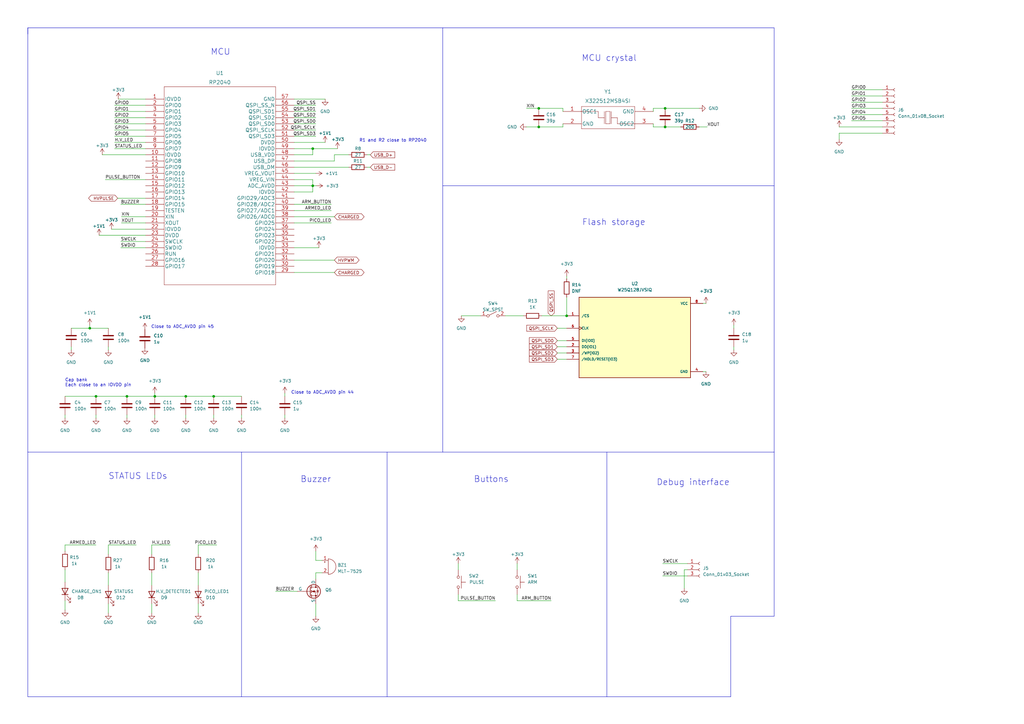
<source format=kicad_sch>
(kicad_sch (version 20230121) (generator eeschema)
  (paper "A3")
  (lib_symbols
    (symbol "Connector:Conn_01x03_Socket" (pin_names (offset 1.016) hide)
      (property "Reference" "J" (at 0 5.08 0))
      (property "Value" "Conn_01x03_Socket" (at 0 -5.08 0))
      (symbol "Conn_01x03_Socket_1_1"
        (pin passive line (at -5.08 2.54 0) (length 3.81) (name "Pin_1") (number "1"))
        (pin passive line (at -5.08 0 0) (length 3.81) (name "Pin_2") (number "2"))
        (pin passive line (at -5.08 -2.54 0) (length 3.81) (name "Pin_3") (number "3"))
      )
    )
    (symbol "Connector:Conn_01x08_Socket" (pin_names (offset 1.016) hide)
      (property "Reference" "J" (at 0 10.16 0))
      (property "Value" "Conn_01x08_Socket" (at 0 -12.7 0))
      (symbol "Conn_01x08_Socket_1_1"
        (pin passive line (at -5.08 7.62 0) (length 3.81) (name "Pin_1") (number "1"))
        (pin passive line (at -5.08 5.08 0) (length 3.81) (name "Pin_2") (number "2"))
        (pin passive line (at -5.08 2.54 0) (length 3.81) (name "Pin_3") (number "3"))
        (pin passive line (at -5.08 0 0) (length 3.81) (name "Pin_4") (number "4"))
        (pin passive line (at -5.08 -2.54 0) (length 3.81) (name "Pin_5") (number "5"))
        (pin passive line (at -5.08 -5.08 0) (length 3.81) (name "Pin_6") (number "6"))
        (pin passive line (at -5.08 -7.62 0) (length 3.81) (name "Pin_7") (number "7"))
        (pin passive line (at -5.08 -10.16 0) (length 3.81) (name "Pin_8") (number "8"))
      )
    )
    (symbol "Device:Buzzer" (pin_names (offset 0.0254) hide)
      (property "Reference" "BZ1" (at 3.81 0.635 0))
      (property "Value" "Buzzer" (at 3.81 -1.905 0))
      (symbol "Buzzer_1_1"
        (pin passive line (at -2.54 2.54 0) (length 2.54) (name "+") (number "1"))
        (pin passive line (at -2.54 -2.54 0) (length 2.54) (name "-") (number "2"))
      )
    )
    (symbol "Device:C" (pin_numbers hide) (pin_names (offset 0.254))
      (property "Reference" "C" (at 0.635 2.54 0))
      (property "Value" "C" (at 0.635 -2.54 0))
      (symbol "C_1_1"
        (pin passive line (at 0 3.81 270) (length 2.794) (name "~") (number "1"))
        (pin passive line (at 0 -3.81 90) (length 2.794) (name "~") (number "2"))
      )
    )
    (symbol "Device:LED" (pin_numbers hide) (pin_names (offset 1.016) hide)
      (property "Reference" "D" (at 0 2.54 0))
      (property "Value" "LED" (at 0 -2.54 0))
      (symbol "LED_1_1"
        (pin passive line (at -3.81 0 0) (length 2.54) (name "K") (number "1"))
        (pin passive line (at 3.81 0 180) (length 2.54) (name "A") (number "2"))
      )
    )
    (symbol "Device:R" (pin_numbers hide) (pin_names (offset 0))
      (property "Reference" "R" (at 2.032 0 90))
      (property "Value" "R" (at 0 0 90))
      (symbol "R_1_1"
        (pin passive line (at 0 3.81 270) (length 1.27) (name "~") (number "1"))
        (pin passive line (at 0 -3.81 90) (length 1.27) (name "~") (number "2"))
      )
    )
    (symbol "Flash Rp2040:W25Q128JVSIQ" (pin_names (offset 1.016))
      (property "Reference" "U" (at -22.86 16.002 0))
      (property "Value" "W25Q128JVSIQ" (at -22.86 -20.32 0))
      (symbol "W25Q128JVSIQ_0_0"
        (pin input line (at -27.94 7.62 0) (length 5.08) (name "/CS") (number "1"))
        (pin bidirectional line (at -27.94 -5.08 0) (length 5.08) (name "DO(IO1)") (number "2"))
        (pin bidirectional line (at -27.94 -7.62 0) (length 5.08) (name "/WP(IO2)") (number "3"))
        (pin power_in line (at 27.94 -15.24 180) (length 5.08) (name "GND") (number "4"))
        (pin bidirectional line (at -27.94 -2.54 0) (length 5.08) (name "DI(IO0)") (number "5"))
        (pin input clock (at -27.94 2.54 0) (length 5.08) (name "CLK") (number "6"))
        (pin bidirectional line (at -27.94 -10.16 0) (length 5.08) (name "/HOLD/RESET(IO3)") (number "7"))
        (pin power_in line (at 27.94 12.7 180) (length 5.08) (name "VCC") (number "8"))
      )
    )
    (symbol "GND_1" (power) (pin_names (offset 0))
      (property "Value" "GND_1" (at 0 -3.81 0))
      (symbol "GND_1_1_1"
        (pin power_in line (at 0 0 270) (length 0) hide (name "GND") (number "1"))
      )
    )
    (symbol "GND_2" (power) (pin_names (offset 0))
      (property "Value" "GND_2" (at 0 -3.81 0))
      (symbol "GND_2_1_1"
        (pin power_in line (at 0 0 270) (length 0) hide (name "GND") (number "1"))
      )
    )
    (symbol "GND_3" (power) (pin_names (offset 0))
      (property "Value" "GND_3" (at 0 -3.81 0))
      (symbol "GND_3_1_1"
        (pin power_in line (at 0 0 270) (length 0) hide (name "GND") (number "1"))
      )
    )
    (symbol "GND_4" (power) (pin_names (offset 0))
      (property "Value" "GND_4" (at 0 -3.81 0))
      (symbol "GND_4_1_1"
        (pin power_in line (at 0 0 270) (length 0) hide (name "GND") (number "1"))
      )
    )
    (symbol "RP2040 lib:RP2040" (pin_names (offset 0.254))
      (property "Reference" "U" (at 30.48 10.16 0))
      (property "Value" "RP2040" (at 30.48 7.62 0))
      (symbol "RP2040_1_1"
        (pin power_in line (at 0 0 0) (length 7.62) (name "IOVDD") (number "1"))
        (pin power_in line (at 0 -22.86 0) (length 7.62) (name "IOVDD") (number "10"))
        (pin bidirectional line (at 0 -25.4 0) (length 7.62) (name "GPIO8") (number "11"))
        (pin bidirectional line (at 0 -27.94 0) (length 7.62) (name "GPIO9") (number "12"))
        (pin bidirectional line (at 0 -30.48 0) (length 7.62) (name "GPIO10") (number "13"))
        (pin bidirectional line (at 0 -33.02 0) (length 7.62) (name "GPIO11") (number "14"))
        (pin bidirectional line (at 0 -35.56 0) (length 7.62) (name "GPIO12") (number "15"))
        (pin bidirectional line (at 0 -38.1 0) (length 7.62) (name "GPIO13") (number "16"))
        (pin bidirectional line (at 0 -40.64 0) (length 7.62) (name "GPIO14") (number "17"))
        (pin bidirectional line (at 0 -43.18 0) (length 7.62) (name "GPIO15") (number "18"))
        (pin unspecified line (at 0 -45.72 0) (length 7.62) (name "TESTEN") (number "19"))
        (pin bidirectional line (at 0 -2.54 0) (length 7.62) (name "GPIO0") (number "2"))
        (pin unspecified line (at 0 -48.26 0) (length 7.62) (name "XIN") (number "20"))
        (pin output line (at 0 -50.8 0) (length 7.62) (name "XOUT") (number "21"))
        (pin power_in line (at 0 -53.34 0) (length 7.62) (name "IOVDD") (number "22"))
        (pin power_in line (at 0 -55.88 0) (length 7.62) (name "DVDD") (number "23"))
        (pin unspecified line (at 0 -58.42 0) (length 7.62) (name "SWCLK") (number "24"))
        (pin unspecified line (at 0 -60.96 0) (length 7.62) (name "SWDIO") (number "25"))
        (pin unspecified line (at 0 -63.5 0) (length 7.62) (name "RUN") (number "26"))
        (pin bidirectional line (at 0 -66.04 0) (length 7.62) (name "GPIO16") (number "27"))
        (pin bidirectional line (at 0 -68.58 0) (length 7.62) (name "GPIO17") (number "28"))
        (pin bidirectional line (at 60.96 -71.12 180) (length 7.62) (name "GPIO18") (number "29"))
        (pin bidirectional line (at 0 -5.08 0) (length 7.62) (name "GPIO1") (number "3"))
        (pin bidirectional line (at 60.96 -68.58 180) (length 7.62) (name "GPIO19") (number "30"))
        (pin bidirectional line (at 60.96 -66.04 180) (length 7.62) (name "GPIO20") (number "31"))
        (pin bidirectional line (at 60.96 -63.5 180) (length 7.62) (name "GPIO21") (number "32"))
        (pin power_in line (at 60.96 -60.96 180) (length 7.62) (name "IOVDD") (number "33"))
        (pin bidirectional line (at 60.96 -58.42 180) (length 7.62) (name "GPIO22") (number "34"))
        (pin bidirectional line (at 60.96 -55.88 180) (length 7.62) (name "GPIO23") (number "35"))
        (pin bidirectional line (at 60.96 -53.34 180) (length 7.62) (name "GPIO24") (number "36"))
        (pin bidirectional line (at 60.96 -50.8 180) (length 7.62) (name "GPIO25") (number "37"))
        (pin bidirectional line (at 60.96 -48.26 180) (length 7.62) (name "GPIO26/ADC0") (number "38"))
        (pin bidirectional line (at 60.96 -45.72 180) (length 7.62) (name "GPIO27/ADC1") (number "39"))
        (pin bidirectional line (at 0 -7.62 0) (length 7.62) (name "GPIO2") (number "4"))
        (pin bidirectional line (at 60.96 -43.18 180) (length 7.62) (name "GPIO28/ADC2") (number "40"))
        (pin bidirectional line (at 60.96 -40.64 180) (length 7.62) (name "GPIO29/ADC3") (number "41"))
        (pin power_in line (at 60.96 -38.1 180) (length 7.62) (name "IOVDD") (number "42"))
        (pin power_in line (at 60.96 -35.56 180) (length 7.62) (name "ADC_AVDD") (number "43"))
        (pin unspecified line (at 60.96 -33.02 180) (length 7.62) (name "VREG_VIN") (number "44"))
        (pin output line (at 60.96 -30.48 180) (length 7.62) (name "VREG_VOUT") (number "45"))
        (pin unspecified line (at 60.96 -27.94 180) (length 7.62) (name "USB_DM") (number "46"))
        (pin unspecified line (at 60.96 -25.4 180) (length 7.62) (name "USB_DP") (number "47"))
        (pin power_in line (at 60.96 -22.86 180) (length 7.62) (name "USB_VDD") (number "48"))
        (pin power_in line (at 60.96 -20.32 180) (length 7.62) (name "IOVDD") (number "49"))
        (pin bidirectional line (at 0 -10.16 0) (length 7.62) (name "GPIO3") (number "5"))
        (pin power_in line (at 60.96 -17.78 180) (length 7.62) (name "DVDD") (number "50"))
        (pin bidirectional line (at 60.96 -15.24 180) (length 7.62) (name "QSPI_SD3") (number "51"))
        (pin unspecified line (at 60.96 -12.7 180) (length 7.62) (name "QSPI_SCLK") (number "52"))
        (pin bidirectional line (at 60.96 -10.16 180) (length 7.62) (name "QSPI_SD0") (number "53"))
        (pin bidirectional line (at 60.96 -7.62 180) (length 7.62) (name "QSPI_SD2") (number "54"))
        (pin bidirectional line (at 60.96 -5.08 180) (length 7.62) (name "QSPI_SD1") (number "55"))
        (pin unspecified line (at 60.96 -2.54 180) (length 7.62) (name "QSPI_SS_N") (number "56"))
        (pin power_in line (at 60.96 0 180) (length 7.62) (name "GND") (number "57"))
        (pin bidirectional line (at 0 -12.7 0) (length 7.62) (name "GPIO4") (number "6"))
        (pin bidirectional line (at 0 -15.24 0) (length 7.62) (name "GPIO5") (number "7"))
        (pin bidirectional line (at 0 -17.78 0) (length 7.62) (name "GPIO6") (number "8"))
        (pin bidirectional line (at 0 -20.32 0) (length 7.62) (name "GPIO7") (number "9"))
      )
    )
    (symbol "SW_Push_1" (pin_numbers hide) (pin_names (offset 1.016) hide)
      (property "Reference" "SW2" (at 6.35 2.54 90))
      (property "Value" "PULSE" (at 7.62 0 90))
      (symbol "SW_Push_1_0_1"
        (pin passive line (at 5.08 0 180) (length 2.54) (name "1") (number "1"))
        (pin passive line (at -5.08 0 0) (length 2.54) (name "2") (number "2"))
      )
    )
    (symbol "Simulation_SPICE:NMOS" (pin_numbers hide) (pin_names (offset 0))
      (property "Reference" "Q6" (at 6.35 0.635 0))
      (symbol "NMOS_1_1"
        (pin input line (at -5.08 0 0) (length 2.54) (name "G") (number "1"))
        (pin passive line (at 2.54 -5.08 90) (length 2.54) (name "S") (number "2"))
        (pin passive line (at 2.54 5.08 270) (length 2.54) (name "D") (number "3"))
      )
    )
    (symbol "Switch:SW_Push" (pin_numbers hide) (pin_names (offset 1.016) hide)
      (property "Reference" "SW" (at 1.27 2.54 0))
      (property "Value" "SW_Push" (at 0 -1.524 0))
      (symbol "SW_Push_0_1"
        (pin passive line (at -5.08 0 0) (length 2.54) (name "1") (number "1"))
        (pin passive line (at 5.08 0 180) (length 2.54) (name "2") (number "2"))
      )
    )
    (symbol "Switch:SW_SPST" (pin_names (offset 0) hide)
      (property "Reference" "SW" (at 0 3.175 0))
      (property "Value" "SW_SPST" (at 0 -2.54 0))
      (symbol "SW_SPST_1_1"
        (pin passive line (at -5.08 0 0) (length 2.54) (name "A") (number "1"))
        (pin passive line (at 5.08 0 180) (length 2.54) (name "B") (number "2"))
      )
    )
    (symbol "Yangxing Tech X322512MSB4SI Crystal:X322512MSB4SI" (pin_names (offset 0.254))
      (property "Reference" "Y" (at 18.542 5.842 0))
      (property "Value" "X322512MSB4SI" (at 18.542 3.302 0))
      (symbol "X322512MSB4SI_1_1"
        (pin unspecified line (at 0 0 0) (length 7.62) (name "OSC1") (number "1"))
        (pin power_in line (at 0 -5.08 0) (length 7.62) (name "GND") (number "2"))
        (pin unspecified line (at 37.084 -5.08 180) (length 7.62) (name "OSC2") (number "3"))
        (pin power_in line (at 37.084 0 180) (length 7.62) (name "GND") (number "4"))
      )
    )
    (symbol "power:+1V1" (power) (pin_names (offset 0))
      (property "Value" "+1V1" (at 0 3.556 0))
      (symbol "+1V1_1_1"
        (pin power_in line (at 0 0 90) (length 0) hide (name "+1V1") (number "1"))
      )
    )
    (symbol "power:+3.3V" (power) (pin_names (offset 0))
      (property "Value" "+3.3V" (at 0 3.556 0))
      (symbol "+3.3V_1_1"
        (pin power_in line (at 0 0 90) (length 0) hide (name "+3V3") (number "1"))
      )
    )
    (symbol "power:+3V3" (power) (pin_names (offset 0))
      (property "Value" "+3V3" (at 0 3.556 0))
      (symbol "+3V3_1_1"
        (pin power_in line (at 0 0 90) (length 0) hide (name "+3V3") (number "1"))
      )
    )
    (symbol "power:GND" (power) (pin_names (offset 0))
      (property "Value" "GND" (at 0 -3.81 0))
      (symbol "GND_1_1"
        (pin power_in line (at 0 0 270) (length 0) hide (name "GND") (number "1"))
      )
    )
  )
  (junction (at 272.796 44.45))
  (junction (at 272.796 52.07))
  (junction (at 39.37 162.56))
  (junction (at 76.2 162.56))
  (junction (at 63.5 162.56))
  (junction (at 87.63 162.56))
  (junction (at 232.41 129.54))
  (junction (at 52.07 162.56))
  (junction (at 128.27 76.2))
  (junction (at 220.98 44.45))
  (junction (at 36.83 134.62))
  (junction (at 220.98 52.07))
  (junction (at 128.27 60.96))
  (wire (pts (xy 120.65 83.82) (xy 135.89 83.82)))
  (wire (pts (xy 49.53 99.06) (xy 59.69 99.06)))
  (wire (pts (xy 120.65 68.58) (xy 143.002 68.58)))
  (wire (pts (xy 212.09 231.14) (xy 212.09 233.68)))
  (wire (pts (xy 267.97 50.8) (xy 267.97 52.07)))
  (polyline (pts (xy 158.75 285.75) (xy 158.75 185.42)))
  (wire (pts (xy 46.99 55.88) (xy 59.69 55.88)))
  (wire (pts (xy 129.54 53.34) (xy 120.65 53.34)))
  (wire (pts (xy 26.67 162.56) (xy 39.37 162.56)))
  (wire (pts (xy 40.64 96.52) (xy 59.69 96.52)))
  (wire (pts (xy 49.53 83.82) (xy 59.69 83.82)))
  (wire (pts (xy 120.65 76.2) (xy 128.27 76.2)))
  (wire (pts (xy 45.72 93.98) (xy 59.69 93.98)))
  (wire (pts (xy 129.54 45.72) (xy 120.65 45.72)))
  (wire (pts (xy 280.67 241.3) (xy 280.67 233.68)))
  (wire (pts (xy 128.27 76.2) (xy 128.27 78.74)))
  (wire (pts (xy 212.09 246.38) (xy 212.09 243.84)))
  (wire (pts (xy 230.886 45.72) (xy 230.886 44.45)))
  (wire (pts (xy 203.2 246.38) (xy 187.96 246.38)))
  (wire (pts (xy 272.796 52.07) (xy 279.146 52.07)))
  (polyline (pts (xy 99.06 285.75) (xy 99.06 185.42)))
  (wire (pts (xy 349.25 39.37) (xy 361.95 39.37)))
  (wire (pts (xy 120.65 111.76) (xy 137.16 111.76)))
  (polyline (pts (xy 181.61 11.43) (xy 181.61 185.42)))
  (wire (pts (xy 46.99 50.8) (xy 59.69 50.8)))
  (wire (pts (xy 215.9 52.07) (xy 220.98 52.07)))
  (wire (pts (xy 81.28 240.03) (xy 81.28 234.95)))
  (wire (pts (xy 133.35 40.64) (xy 120.65 40.64)))
  (wire (pts (xy 267.97 45.72) (xy 267.97 44.45)))
  (wire (pts (xy 344.17 54.61) (xy 344.17 57.15)))
  (wire (pts (xy 228.6 134.62) (xy 232.41 134.62)))
  (wire (pts (xy 49.784 88.9) (xy 59.69 88.9)))
  (wire (pts (xy 228.6 139.7) (xy 232.41 139.7)))
  (wire (pts (xy 120.65 66.04) (xy 137.16 66.04)))
  (wire (pts (xy 289.56 152.4) (xy 288.29 152.4)))
  (wire (pts (xy 39.37 171.45) (xy 39.37 170.18)))
  (polyline (pts (xy 11.43 185.42) (xy 317.5 185.42)))
  (polyline (pts (xy 158.75 285.75) (xy 248.92 285.75)))
  (wire (pts (xy 137.16 63.5) (xy 143.002 63.5)))
  (wire (pts (xy 207.264 129.54) (xy 214.63 129.54)))
  (wire (pts (xy 41.91 63.5) (xy 59.69 63.5)))
  (wire (pts (xy 215.9 44.45) (xy 220.98 44.45)))
  (wire (pts (xy 49.53 101.6) (xy 59.69 101.6)))
  (wire (pts (xy 129.54 229.87) (xy 132.08 229.87)))
  (wire (pts (xy 226.06 246.38) (xy 212.09 246.38)))
  (polyline (pts (xy 181.61 76.2) (xy 317.5 76.2)))
  (wire (pts (xy 129.54 234.95) (xy 132.08 234.95)))
  (wire (pts (xy 26.67 250.19) (xy 26.67 246.38)))
  (wire (pts (xy 76.2 162.56) (xy 87.63 162.56)))
  (wire (pts (xy 129.54 226.06) (xy 129.54 229.87)))
  (wire (pts (xy 129.54 252.73) (xy 129.54 247.65)))
  (wire (pts (xy 280.67 233.68) (xy 281.94 233.68)))
  (wire (pts (xy 36.83 133.35) (xy 36.83 134.62)))
  (wire (pts (xy 300.99 143.51) (xy 300.99 142.24)))
  (wire (pts (xy 232.41 121.92) (xy 232.41 129.54)))
  (wire (pts (xy 26.67 171.45) (xy 26.67 170.18)))
  (wire (pts (xy 46.99 53.34) (xy 59.69 53.34)))
  (wire (pts (xy 44.45 223.52) (xy 55.88 223.52)))
  (wire (pts (xy 120.65 91.44) (xy 135.89 91.44)))
  (wire (pts (xy 129.54 43.18) (xy 120.65 43.18)))
  (wire (pts (xy 220.98 44.45) (xy 230.886 44.45)))
  (wire (pts (xy 151.892 68.58) (xy 150.622 68.58)))
  (wire (pts (xy 116.84 171.45) (xy 116.84 170.18)))
  (wire (pts (xy 344.17 52.07) (xy 361.95 52.07)))
  (wire (pts (xy 113.03 242.57) (xy 121.92 242.57)))
  (wire (pts (xy 286.766 52.07) (xy 290.068 52.07)))
  (wire (pts (xy 62.23 227.33) (xy 62.23 223.52)))
  (polyline (pts (xy 248.92 285.75) (xy 248.92 185.42)))
  (wire (pts (xy 129.54 55.88) (xy 120.65 55.88)))
  (wire (pts (xy 222.25 129.54) (xy 232.41 129.54)))
  (wire (pts (xy 44.45 143.51) (xy 44.45 142.24)))
  (wire (pts (xy 228.6 144.78) (xy 232.41 144.78)))
  (wire (pts (xy 128.27 73.66) (xy 128.27 76.2)))
  (wire (pts (xy 272.796 44.45) (xy 286.766 44.45)))
  (wire (pts (xy 87.63 171.45) (xy 87.63 170.18)))
  (wire (pts (xy 230.886 50.8) (xy 230.886 52.07)))
  (wire (pts (xy 267.97 44.45) (xy 272.796 44.45)))
  (wire (pts (xy 129.54 48.26) (xy 120.65 48.26)))
  (wire (pts (xy 189.23 129.54) (xy 197.104 129.54)))
  (wire (pts (xy 271.78 236.22) (xy 281.94 236.22)))
  (wire (pts (xy 49.784 91.44) (xy 59.69 91.44)))
  (wire (pts (xy 62.23 223.52) (xy 69.85 223.52)))
  (polyline (pts (xy 317.5 11.43) (xy 11.43 11.43)))
  (wire (pts (xy 128.27 76.2) (xy 129.794 76.2)))
  (wire (pts (xy 46.99 60.96) (xy 59.69 60.96)))
  (polyline (pts (xy 317.5 185.42) (xy 317.5 252.73)))
  (wire (pts (xy 76.2 171.45) (xy 76.2 170.18)))
  (wire (pts (xy 63.5 171.45) (xy 63.5 170.18)))
  (wire (pts (xy 129.54 237.49) (xy 129.54 234.95)))
  (wire (pts (xy 87.63 162.56) (xy 99.06 162.56)))
  (wire (pts (xy 187.96 246.38) (xy 187.96 243.84)))
  (polyline (pts (xy 317.5 185.42) (xy 317.5 11.43)))
  (wire (pts (xy 36.83 134.62) (xy 44.45 134.62)))
  (wire (pts (xy 344.17 54.61) (xy 361.95 54.61)))
  (wire (pts (xy 44.45 227.33) (xy 44.45 223.52)))
  (wire (pts (xy 26.67 223.52) (xy 39.37 223.52)))
  (wire (pts (xy 52.07 171.45) (xy 52.07 170.18)))
  (wire (pts (xy 128.27 60.96) (xy 128.27 63.5)))
  (polyline (pts (xy 299.72 285.75) (xy 248.92 285.75)))
  (wire (pts (xy 63.5 162.56) (xy 76.2 162.56)))
  (wire (pts (xy 128.27 60.96) (xy 138.43 60.96)))
  (wire (pts (xy 63.5 161.29) (xy 63.5 162.56)))
  (wire (pts (xy 39.37 162.56) (xy 52.07 162.56)))
  (wire (pts (xy 120.65 73.66) (xy 128.27 73.66)))
  (wire (pts (xy 46.99 48.26) (xy 59.69 48.26)))
  (wire (pts (xy 349.25 49.53) (xy 361.95 49.53)))
  (wire (pts (xy 26.67 226.06) (xy 26.67 223.52)))
  (wire (pts (xy 349.25 36.83) (xy 361.95 36.83)))
  (wire (pts (xy 120.65 88.9) (xy 137.16 88.9)))
  (wire (pts (xy 232.41 113.284) (xy 232.41 114.3)))
  (polyline (pts (xy 11.43 11.43) (xy 11.43 185.42)))
  (wire (pts (xy 62.23 251.46) (xy 62.23 247.65)))
  (polyline (pts (xy 11.43 185.42) (xy 11.43 285.75)))
  (wire (pts (xy 44.45 240.03) (xy 44.45 234.95)))
  (wire (pts (xy 187.96 231.14) (xy 187.96 233.68)))
  (wire (pts (xy 52.07 162.56) (xy 63.5 162.56)))
  (wire (pts (xy 349.25 41.91) (xy 361.95 41.91)))
  (wire (pts (xy 228.6 147.32) (xy 232.41 147.32)))
  (wire (pts (xy 48.514 40.64) (xy 59.69 40.64)))
  (wire (pts (xy 46.99 43.18) (xy 59.69 43.18)))
  (wire (pts (xy 120.65 58.42) (xy 133.35 58.42)))
  (wire (pts (xy 46.99 58.42) (xy 59.69 58.42)))
  (polyline (pts (xy 11.43 285.75) (xy 99.06 285.75)))
  (wire (pts (xy 120.65 63.5) (xy 128.27 63.5)))
  (polyline (pts (xy 317.5 252.73) (xy 299.72 252.73)))
  (polyline (pts (xy 299.72 252.73) (xy 299.72 285.75)))
  (wire (pts (xy 300.99 133.35) (xy 300.99 134.62)))
  (wire (pts (xy 220.98 52.07) (xy 230.886 52.07)))
  (wire (pts (xy 289.56 124.46) (xy 288.29 124.46)))
  (wire (pts (xy 120.65 101.6) (xy 130.81 101.6)))
  (polyline (pts (xy 11.43 11.43) (xy 11.43 13.97)))
  (wire (pts (xy 29.21 134.62) (xy 36.83 134.62)))
  (polyline (pts (xy 99.06 285.75) (xy 158.75 285.75)))
  (wire (pts (xy 48.26 81.28) (xy 59.69 81.28)))
  (wire (pts (xy 120.65 71.12) (xy 129.54 71.12)))
  (wire (pts (xy 137.16 66.04) (xy 137.16 63.5)))
  (wire (pts (xy 81.28 223.52) (xy 88.9 223.52)))
  (wire (pts (xy 44.45 251.46) (xy 44.45 247.65)))
  (wire (pts (xy 135.89 86.36) (xy 120.65 86.36)))
  (wire (pts (xy 46.99 45.72) (xy 59.69 45.72)))
  (wire (pts (xy 81.28 251.46) (xy 81.28 247.65)))
  (wire (pts (xy 116.84 161.29) (xy 116.84 162.56)))
  (wire (pts (xy 129.54 50.8) (xy 120.65 50.8)))
  (wire (pts (xy 120.65 106.68) (xy 137.16 106.68)))
  (wire (pts (xy 99.06 171.45) (xy 99.06 170.18)))
  (wire (pts (xy 349.25 46.99) (xy 361.95 46.99)))
  (wire (pts (xy 120.65 78.74) (xy 128.27 78.74)))
  (wire (pts (xy 267.97 52.07) (xy 272.796 52.07)))
  (wire (pts (xy 26.67 233.68) (xy 26.67 238.76)))
  (wire (pts (xy 349.25 44.45) (xy 361.95 44.45)))
  (wire (pts (xy 228.6 142.24) (xy 232.41 142.24)))
  (wire (pts (xy 43.18 73.66) (xy 59.69 73.66)))
  (wire (pts (xy 62.23 240.03) (xy 62.23 234.95)))
  (wire (pts (xy 151.892 63.5) (xy 150.622 63.5)))
  (wire (pts (xy 120.65 60.96) (xy 128.27 60.96)))
  (wire (pts (xy 81.28 227.33) (xy 81.28 223.52)))
  (wire (pts (xy 271.78 231.14) (xy 281.94 231.14)))
  (wire (pts (xy 29.21 143.51) (xy 29.21 142.24)))
  (text "Cap bank\nEach close to an IOVDD pin\n" (at 26.67 158.75 0) (effects (font (size 1.27 1.27)) (justify left bottom)))
  (text "R1 and R2 close to RP2040\n" (at 147.32 58.42 0) (effects (font (size 1.27 1.27)) (justify left bottom)))
  (text "Buttons\n" (at 194.31 198.12 0) (effects (font (size 2.5 2.5)) (justify left bottom)))
  (text "MCU crystal\n" (at 238.506 25.4 0) (effects (font (size 2.5 2.5)) (justify left bottom)))
  (text "MCU\n" (at 86.36 22.86 0) (effects (font (size 2.5 2.5)) (justify left bottom)))
  (text "STATUS LEDs\n" (at 44.45 196.85 0) (effects (font (size 2.5 2.5)) (justify left bottom)))
  (text "Close to ADC_AVDD pin 45\n\n\n" (at 61.976 138.938 0) (effects (font (size 1.27 1.27)) (justify left bottom)))
  (text "Debug interface\n" (at 269.24 199.39 0) (effects (font (size 2.5 2.5)) (justify left bottom)))
  (text "Buzzer\n" (at 123.19 198.12 0) (effects (font (size 2.5 2.5)) (justify left bottom)))
  (text "Flash storage" (at 238.76 92.71 0) (effects (font (size 2.5 2.5)) (justify left bottom)))
  (text "Close to ADC_AVDD pin 44\n\n" (at 119.38 163.83 0) (effects (font (size 1.27 1.27)) (justify left bottom)))
  (label "XOUT" (at 290.068 52.07 0))
  (label "SWDIO" (at 49.53 101.6 0))
  (label "XOUT" (at 49.784 91.44 0))
  (label "GPIO2" (at 46.99 48.26 0))
  (label "STATUS_LED" (at 55.88 223.52 180))
  (label "GPIO1" (at 349.25 39.37 0))
  (label "GPIO0" (at 46.99 43.18 0))
  (label "BUZZER" (at 113.03 242.57 0))
  (label "PULSE_BUTTON" (at 43.18 73.66 0))
  (label "PICO_LED" (at 135.89 91.44 180))
  (label "QSPI_SD0" (at 129.54 50.8 180))
  (label "GPIO4" (at 349.25 46.99 0))
  (label "GPIO5" (at 46.99 55.88 0))
  (label "XIN" (at 49.784 88.9 0))
  (label "SWDIO" (at 271.78 236.22 0))
  (label "GPIO4" (at 46.99 53.34 0))
  (label "GPIO1" (at 46.99 45.72 0))
  (label "QSPI_SD2" (at 129.54 48.26 180))
  (label "ARMED_LED" (at 135.89 86.36 180))
  (label "PICO_LED" (at 88.9 223.52 180))
  (label "GPIO0" (at 349.25 36.83 0))
  (label "SWCLK" (at 49.53 99.06 0))
  (label "GPIO5" (at 349.25 49.53 0))
  (label "H.V_LED" (at 69.85 223.52 180))
  (label "QSPI_SS" (at 129.54 43.18 180))
  (label "PULSE_BUTTON" (at 203.2 246.38 180))
  (label "ARM_BUTTON" (at 135.89 83.82 180))
  (label "STATUS_LED" (at 46.99 60.96 0))
  (label "QSPI_SD1" (at 129.54 45.72 180))
  (label "XIN" (at 215.9 44.45 0))
  (label "GPIO3" (at 349.25 44.45 0))
  (label "GPIO3" (at 46.99 50.8 0))
  (label "ARMED_LED" (at 39.37 223.52 180))
  (label "H.V_LED" (at 46.99 58.42 0))
  (label "ARM_BUTTON" (at 226.06 246.38 180))
  (label "SWCLK" (at 271.78 231.14 0))
  (label "BUZZER" (at 49.53 83.82 0))
  (label "GPIO2" (at 349.25 41.91 0))
  (label "QSPI_SCLK" (at 129.54 53.34 180))
  (label "QSPI_SD3" (at 129.54 55.88 180))
  (global_label "QSPI_SD1" (shape input) (at 228.6 142.24 180) (property "Intersheetrefs" "${INTERSHEET_REFS}" (effects hide)))
  (global_label "USB_D+" (shape input) (at 151.892 63.5 0) (property "Intersheetrefs" "${INTERSHEET_REFS}" (effects hide)))
  (global_label "QSPI_SCLK" (shape input) (at 228.6 134.62 180) (property "Intersheetrefs" "${INTERSHEET_REFS}" (effects hide)))
  (global_label "QSPI_SD3" (shape input) (at 228.6 147.32 180) (property "Intersheetrefs" "${INTERSHEET_REFS}" (effects hide)))
  (global_label "QSPI_SD0" (shape input) (at 228.6 139.7 180) (property "Intersheetrefs" "${INTERSHEET_REFS}" (effects hide)))
  (global_label "HVPWM" (shape bidirectional) (at 137.16 106.68 0) (property "Intersheetrefs" "${INTERSHEET_REFS}" (effects hide)))
  (global_label "HVPULSE" (shape bidirectional) (at 48.26 81.28 180) (property "Intersheetrefs" "${INTERSHEET_REFS}" (effects hide)))
  (global_label "QSPI_SD2" (shape input) (at 228.6 144.78 180) (property "Intersheetrefs" "${INTERSHEET_REFS}" (effects hide)))
  (global_label "QSPI_SS" (shape input) (at 226.06 129.54 90) (property "Intersheetrefs" "${INTERSHEET_REFS}" (effects hide)))
  (global_label "CHARGED" (shape bidirectional) (at 137.16 111.76 0) (property "Intersheetrefs" "${INTERSHEET_REFS}" (effects hide)))
  (global_label "USB_D-" (shape input) (at 151.892 68.58 0) (property "Intersheetrefs" "${INTERSHEET_REFS}" (effects hide)))
  (global_label "CHARGED" (shape bidirectional) (at 137.16 88.9 0) (property "Intersheetrefs" "${INTERSHEET_REFS}" (effects hide)))
  (symbol (lib_id "power:+3.3V") (at 45.72 93.98 0) (unit 1)
    (property "Reference" "#PWR09" (effects hide))
    (property "Value" "+3.3V" (at 45.72 90.17 0))
    (instances (project "picoemp_kicad" (path "" (reference "#PWR09") (unit 1))) (project "Temperature probe rp2040" (path "" (reference "#PWR06") (unit 1))))
  )
  (symbol (lib_id "power:+3.3V") (at 63.5 161.29 0) (unit 1)
    (property "Reference" "#PWR018" (effects hide))
    (property "Value" "+3.3V" (at 63.5 156.21 0))
    (instances (project "picoemp_kicad" (path "" (reference "#PWR018") (unit 1))) (project "Temperature probe rp2040" (path "" (reference "#PWR017") (unit 1))))
  )
  (symbol (lib_id "power:+3.3V") (at 41.91 63.5 0) (unit 1)
    (property "Reference" "#PWR08" (effects hide))
    (property "Value" "+3.3V" (at 41.91 59.69 0))
    (instances (project "picoemp_kicad" (path "" (reference "#PWR08") (unit 1))) (project "Temperature probe rp2040" (path "" (reference "#PWR05") (unit 1))))
  )
  (symbol (lib_id "power:GND") (at 29.21 143.51 0) (unit 1)
    (property "Reference" "#PWR07" (effects hide))
    (property "Value" "GND" (at 29.21 148.59 0))
    (instances (project "picoemp_kicad" (path "" (reference "#PWR07") (unit 1))) (project "Temperature probe rp2040" (path "" (reference "#PWR02") (unit 1))))
  )
  (symbol (lib_id "power:+3.3V") (at 187.96 231.14 0) (unit 1)
    (property "Reference" "#PWR047" (effects hide))
    (property "Value" "+3.3V" (at 187.96 227.33 0))
    (instances (project "picoemp_kicad" (path "" (reference "#PWR047") (unit 1))) (project "Temperature probe rp2040" (path "" (reference "#PWR036") (unit 1))))
  )
  (symbol (lib_id "power:GND") (at 59.436 142.748 0) (unit 1)
    (property "Reference" "#PWR017" (effects hide))
    (property "Value" "GND" (at 59.436 147.828 0))
    (instances (project "picoemp_kicad" (path "" (reference "#PWR017") (unit 1))) (project "Temperature probe rp2040" (path "" (reference "#PWR016") (unit 1))))
  )
  (symbol (lib_id "Yangxing Tech X322512MSB4SI Crystal:X322512MSB4SI") (at 230.886 45.72 0) (unit 1)
    (property "Reference" "Y1" (at 249.301 37.592 0) (effects (font (size 1.524 1.524))))
    (property "Value" "X322512MSB4SI" (at 249.301 41.402 0) (effects (font (size 1.524 1.524))))
    (property "Footprint" "LSCS:X322512MSB4SI" (effects hide))
    (property "Datasheet" "https://datasheet.lcsc.com/lcsc/2103291203_Yangxing-Tech-X322512MSB4SI_C9002.pdf" (effects hide))
  )
  (symbol (lib_id "Device:C") (at 272.796 48.26 0) (unit 1)
    (property "Reference" "C17" (at 276.606 46.9899 0) (effects (justify left)))
    (property "Value" "39p" (at 276.606 49.53 0) (effects (justify left)))
    (property "Footprint" "Capacitor_SMD:C_0603_1608Metric" (effects hide))
    (instances (project "picoemp_kicad" (path "" (reference "C17") (unit 1))) (project "Temperature probe rp2040" (path "" (reference "C20") (unit 1))))
  )
  (symbol (lib_id "power:+3.3V") (at 300.99 133.35 0) (unit 1)
    (property "Reference" "#PWR037" (effects hide))
    (property "Value" "+3.3V" (at 300.99 128.27 0))
    (instances (project "picoemp_kicad" (path "" (reference "#PWR037") (unit 1))) (project "Temperature probe rp2040" (path "" (reference "#PWR068") (unit 1))))
  )
  (symbol (lib_id "Device:C") (at 52.07 166.37 0) (unit 1)
    (property "Reference" "C9" (at 55.372 165.0999 0) (effects (justify left)))
    (property "Value" "100n" (at 55.372 167.6399 0) (effects (justify left)))
    (property "Footprint" "Capacitor_SMD:C_0603_1608Metric" (effects hide))
    (instances (project "picoemp_kicad" (path "" (reference "C9") (unit 1))) (project "Temperature probe rp2040" (path "" (reference "C11") (unit 1))))
  )
  (symbol (lib_id "power:+3.3V") (at 138.43 60.96 0) (unit 1)
    (property "Reference" "#PWR028" (effects hide))
    (property "Value" "+3.3V" (at 135.89 57.15 0) (effects (justify left)))
    (instances (project "picoemp_kicad" (path "" (reference "#PWR028") (unit 1))) (project "Temperature probe rp2040" (path "" (reference "#PWR035") (unit 1))))
  )
  (symbol (lib_id "power:GND") (at 189.23 129.54 0) (unit 1)
    (property "Reference" "#PWR033" (effects hide))
    (property "Value" "GND" (at 189.23 134.62 0))
    (instances (project "picoemp_kicad" (path "" (reference "#PWR033") (unit 1))) (project "Temperature probe rp2040" (path "" (reference "#PWR043") (unit 1))))
  )
  (symbol (lib_id "power:GND") (at 215.9 52.07 270) (unit 1)
    (property "Reference" "#PWR031" (effects hide))
    (property "Value" "GND" (at 212.09 52.0699 90) (effects (justify right)))
    (instances (project "picoemp_kicad" (path "" (reference "#PWR031") (unit 1))) (project "Temperature probe rp2040" (path "" (reference "#PWR054") (unit 1))))
  )
  (symbol (lib_id "Device:C") (at 63.5 166.37 0) (unit 1)
    (property "Reference" "C11" (at 66.802 165.0999 0) (effects (justify left)))
    (property "Value" "100n" (at 66.802 167.6399 0) (effects (justify left)))
    (property "Footprint" "Capacitor_SMD:C_0603_1608Metric" (effects hide))
    (instances (project "picoemp_kicad" (path "" (reference "C11") (unit 1))) (project "Temperature probe rp2040" (path "" (reference "C13") (unit 1))))
  )
  (symbol (lib_id "power:+3.3V") (at 116.84 161.29 0) (unit 1)
    (property "Reference" "#PWR026" (effects hide))
    (property "Value" "+3.3V" (at 116.84 156.21 0))
    (instances (project "picoemp_kicad" (path "" (reference "#PWR026") (unit 1))) (project "Temperature probe rp2040" (path "" (reference "#PWR033") (unit 1))))
  )
  (symbol (lib_id "Device:R") (at 44.45 231.14 0) (unit 1)
    (property "Reference" "R27" (at 48.26 229.87 0))
    (property "Value" "1k" (at 48.26 232.41 0))
    (property "Footprint" "Resistor_SMD:R_0603_1608Metric" (effects hide))
    (instances (project "picoemp_kicad" (path "" (reference "R27") (unit 1))) (project "Temperature probe rp2040" (path "" (reference "R9") (unit 1))))
  )
  (symbol (lib_id "Device:C") (at 87.63 166.37 0) (unit 1)
    (property "Reference" "C13" (at 90.932 165.0999 0) (effects (justify left)))
    (property "Value" "100n" (at 90.932 167.6399 0) (effects (justify left)))
    (property "Footprint" "Capacitor_SMD:C_0603_1608Metric" (effects hide))
    (instances (project "picoemp_kicad" (path "" (reference "C13") (unit 1))) (project "Temperature probe rp2040" (path "" (reference "C15") (unit 1))))
  )
  (symbol (lib_name "GND_3") (lib_id "power:GND") (at 280.67 241.3 0) (unit 1)
    (property "Reference" "#PWR043" (effects hide))
    (property "Value" "GND" (at 280.67 246.38 0))
  )
  (symbol (lib_id "power:GND") (at 44.45 143.51 0) (unit 1)
    (property "Reference" "#PWR014" (effects hide))
    (property "Value" "GND" (at 44.45 148.59 0))
    (instances (project "picoemp_kicad" (path "" (reference "#PWR014") (unit 1))) (project "Temperature probe rp2040" (path "" (reference "#PWR012") (unit 1))))
  )
  (symbol (lib_id "power:+3V3") (at 344.17 52.07 0) (unit 1)
    (property "Reference" "#PWR065" (effects hide))
    (property "Value" "+3V3" (at 344.17 48.26 0))
  )
  (symbol (lib_id "Simulation_SPICE:NMOS") (at 127 242.57 0) (unit 1)
    (property "Reference" "Q6" (at 133.35 241.935 0) (effects (justify left)))
    (property "Value" "FSS2302S " (effects hide))
    (property "Footprint" "Package_TO_SOT_SMD:SOT-23" (effects hide))
    (property "Datasheet" "https://ngspice.sourceforge.io/docs/ngspice-manual.pdf" (effects hide))
    (property "Sim.Device" "NMOS" (effects hide))
    (property "Sim.Type" "VDMOS" (effects hide))
    (property "Sim.Pins" "1=D 2=G 3=S" (effects hide))
  )
  (symbol (lib_id "Device:C") (at 116.84 166.37 0) (unit 1)
    (property "Reference" "C15" (at 120.142 165.0999 0) (effects (justify left)))
    (property "Value" "1u" (at 120.142 167.6399 0) (effects (justify left)))
    (property "Footprint" "Capacitor_SMD:C_0603_1608Metric" (effects hide))
    (instances (project "picoemp_kicad" (path "" (reference "C15") (unit 1))) (project "Temperature probe rp2040" (path "" (reference "C17") (unit 1))))
  )
  (symbol (lib_id "Device:R") (at 146.812 63.5 90) (unit 1)
    (property "Reference" "R8" (at 146.812 60.96 90))
    (property "Value" "27" (at 146.812 63.5 90))
    (property "Footprint" "Resistor_SMD:R_0603_1608Metric" (effects hide))
  )
  (symbol (lib_id "Device:C") (at 76.2 166.37 0) (unit 1)
    (property "Reference" "C12" (at 79.502 165.0999 0) (effects (justify left)))
    (property "Value" "100n" (at 79.502 167.6399 0) (effects (justify left)))
    (property "Footprint" "Capacitor_SMD:C_0603_1608Metric" (effects hide))
    (instances (project "picoemp_kicad" (path "" (reference "C12") (unit 1))) (project "Temperature probe rp2040" (path "" (reference "C14") (unit 1))))
  )
  (symbol (lib_id "power:+3.3V") (at 232.41 113.284 0) (unit 1)
    (property "Reference" "#PWR034" (effects hide))
    (property "Value" "+3.3V" (at 232.41 108.204 0))
    (instances (project "picoemp_kicad" (path "" (reference "#PWR034") (unit 1))) (project "Temperature probe rp2040" (path "" (reference "#PWR058") (unit 1))))
  )
  (symbol (lib_id "power:GND") (at 63.5 171.45 0) (unit 1)
    (property "Reference" "#PWR019" (effects hide))
    (property "Value" "GND" (at 63.5 176.53 0))
    (instances (project "picoemp_kicad" (path "" (reference "#PWR019") (unit 1))) (project "Temperature probe rp2040" (path "" (reference "#PWR018") (unit 1))))
  )
  (symbol (lib_id "Device:LED") (at 26.67 242.57 90) (unit 1)
    (property "Reference" "D8" (at 33.02 245.11 90))
    (property "Value" "CHARGE_ON1" (at 35.56 242.57 90))
    (property "Footprint" "LED_SMD:LED_0603_1608Metric" (effects hide))
  )
  (symbol (lib_id "Device:C") (at 44.45 138.43 0) (unit 1)
    (property "Reference" "C8" (at 48.26 137.1599 0) (effects (justify left)))
    (property "Value" "100n" (at 48.26 139.6999 0) (effects (justify left)))
    (property "Footprint" "Capacitor_SMD:C_0603_1608Metric" (effects hide))
    (instances (project "picoemp_kicad" (path "" (reference "C8") (unit 1))) (project "Temperature probe rp2040" (path "" (reference "C10") (unit 1))))
  )
  (symbol (lib_id "Device:R") (at 62.23 231.14 0) (unit 1)
    (property "Reference" "R16" (at 67.31 229.87 0))
    (property "Value" "1k" (at 67.31 232.41 0))
    (property "Footprint" "Resistor_SMD:R_0603_1608Metric" (effects hide))
    (instances (project "picoemp_kicad" (path "" (reference "R16") (unit 1))) (project "Temperature probe rp2040" (path "" (reference "R9") (unit 1))))
  )
  (symbol (lib_id "power:GND") (at 99.06 171.45 0) (unit 1)
    (property "Reference" "#PWR022" (effects hide))
    (property "Value" "GND" (at 99.06 176.53 0))
    (instances (project "picoemp_kicad" (path "" (reference "#PWR022") (unit 1))) (project "Temperature probe rp2040" (path "" (reference "#PWR025") (unit 1))))
  )
  (symbol (lib_id "Switch:SW_SPST") (at 202.184 129.54 0) (unit 1)
    (property "Reference" "SW4" (at 202.184 124.46 0))
    (property "Value" "SW_SPST" (at 202.184 127 0))
    (property "Footprint" "Button_Switch_SMD:SW_SPST_CK_RS282G05A3" (effects hide))
    (instances (project "picoemp_kicad" (path "" (reference "SW4") (unit 1))) (project "Temperature probe rp2040" (path "" (reference "USB_BOOT1") (unit 1))))
  )
  (symbol (lib_id "Device:R") (at 218.44 129.54 90) (unit 1)
    (property "Reference" "R13" (at 218.44 123.444 90))
    (property "Value" "1K" (at 218.44 125.984 90))
    (property "Footprint" "Resistor_SMD:R_0603_1608Metric" (effects hide))
    (instances (project "picoemp_kicad" (path "" (reference "R13") (unit 1))) (project "Temperature probe rp2040" (path "" (reference "R11") (unit 1))))
  )
  (symbol (lib_id "Device:C") (at 29.21 138.43 0) (unit 1)
    (property "Reference" "C6" (at 33.02 137.1599 0) (effects (justify left)))
    (property "Value" "100n" (at 33.02 139.6999 0) (effects (justify left)))
    (property "Footprint" "Capacitor_SMD:C_0603_1608Metric" (effects hide))
    (instances (project "picoemp_kicad" (path "" (reference "C6") (unit 1))) (project "Temperature probe rp2040" (path "" (reference "C8") (unit 1))))
  )
  (symbol (lib_id "power:+3.3V") (at 129.54 226.06 0) (unit 1)
    (property "Reference" "#PWR039" (effects hide))
    (property "Value" "+3.3V" (at 129.54 220.98 0))
    (instances (project "picoemp_kicad" (path "" (reference "#PWR039") (unit 1))) (project "Temperature probe rp2040" (path "" (reference "#PWR058") (unit 1))))
  )
  (symbol (lib_id "power:GND") (at 76.2 171.45 0) (unit 1)
    (property "Reference" "#PWR020" (effects hide))
    (property "Value" "GND" (at 76.2 176.53 0))
    (instances (project "picoemp_kicad" (path "" (reference "#PWR020") (unit 1))) (project "Temperature probe rp2040" (path "" (reference "#PWR021") (unit 1))))
  )
  (symbol (lib_id "power:GND") (at 286.766 44.45 90) (unit 1)
    (property "Reference" "#PWR032" (effects hide))
    (property "Value" "GND" (at 290.576 44.4499 90) (effects (justify right)))
    (instances (project "picoemp_kicad" (path "" (reference "#PWR032") (unit 1))) (project "Temperature probe rp2040" (path "" (reference "#PWR065") (unit 1))))
  )
  (symbol (lib_id "power:+3.3V") (at 129.794 76.2 270) (unit 1)
    (property "Reference" "#PWR029" (effects hide))
    (property "Value" "+3.3V" (at 133.604 76.1999 90) (effects (justify left)))
    (instances (project "picoemp_kicad" (path "" (reference "#PWR029") (unit 1))) (project "Temperature probe rp2040" (path "" (reference "#PWR036") (unit 1))))
  )
  (symbol (lib_name "GND_2") (lib_id "power:GND") (at 26.67 250.19 0) (unit 1)
    (property "Reference" "#PWR044" (effects hide))
    (property "Value" "GND" (at 26.67 255.27 0))
  )
  (symbol (lib_id "power:GND") (at 116.84 171.45 0) (unit 1)
    (property "Reference" "#PWR027" (effects hide))
    (property "Value" "GND" (at 116.84 176.53 0))
    (instances (project "picoemp_kicad" (path "" (reference "#PWR027") (unit 1))) (project "Temperature probe rp2040" (path "" (reference "#PWR034") (unit 1))))
  )
  (symbol (lib_id "Device:C") (at 39.37 166.37 0) (unit 1)
    (property "Reference" "C7" (at 42.672 165.0999 0) (effects (justify left)))
    (property "Value" "100n" (at 42.672 167.6399 0) (effects (justify left)))
    (property "Footprint" "Capacitor_SMD:C_0603_1608Metric" (effects hide))
    (instances (project "picoemp_kicad" (path "" (reference "C7") (unit 1))) (project "Temperature probe rp2040" (path "" (reference "C9") (unit 1))))
  )
  (symbol (lib_id "power:+3.3V") (at 289.56 124.46 0) (unit 1)
    (property "Reference" "#PWR035" (effects hide))
    (property "Value" "+3.3V" (at 289.56 119.38 0))
    (instances (project "picoemp_kicad" (path "" (reference "#PWR035") (unit 1))) (project "Temperature probe rp2040" (path "" (reference "#PWR066") (unit 1))))
  )
  (symbol (lib_id "power:+1V1") (at 133.35 58.42 0) (unit 1)
    (property "Reference" "#PWR024" (effects hide))
    (property "Value" "+1V1" (at 133.35 54.61 0))
    (instances (project "picoemp_kicad" (path "" (reference "#PWR024") (unit 1))) (project "Temperature probe rp2040" (path "" (reference "#PWR031") (unit 1))))
  )
  (symbol (lib_id "power:GND") (at 44.45 251.46 0) (unit 1)
    (property "Reference" "#PWR066" (effects hide))
    (property "Value" "GND" (at 44.45 255.27 0))
    (instances (project "picoemp_kicad" (path "" (reference "#PWR066") (unit 1))) (project "Temperature probe rp2040" (path "" (reference "#PWR016") (unit 1))))
  )
  (symbol (lib_id "Device:LED") (at 44.45 243.84 90) (unit 1)
    (property "Reference" "D12" (at 49.53 245.11 90))
    (property "Value" "STATUS1" (at 50.8 242.57 90))
    (property "Footprint" "LED_SMD:LED_0603_1608Metric" (effects hide))
  )
  (symbol (lib_id "Device:R") (at 81.28 231.14 0) (unit 1)
    (property "Reference" "R20" (at 86.36 229.87 0))
    (property "Value" "1k" (at 86.36 232.41 0))
    (property "Footprint" "Resistor_SMD:R_0603_1608Metric" (effects hide))
    (instances (project "picoemp_kicad" (path "" (reference "R20") (unit 1))) (project "Temperature probe rp2040" (path "" (reference "R9") (unit 1))))
  )
  (symbol (lib_id "power:+3.3V") (at 130.81 101.6 0) (unit 1)
    (property "Reference" "#PWR030" (effects hide))
    (property "Value" "+3.3V" (at 130.81 97.79 0))
    (instances (project "picoemp_kicad" (path "" (reference "#PWR030") (unit 1))) (project "Temperature probe rp2040" (path "" (reference "#PWR037") (unit 1))))
  )
  (symbol (lib_id "Device:C") (at 26.67 166.37 0) (unit 1)
    (property "Reference" "C4" (at 30.48 165.0999 0) (effects (justify left)))
    (property "Value" "100n" (at 30.48 167.6399 0) (effects (justify left)))
    (property "Footprint" "Capacitor_SMD:C_0603_1608Metric" (effects hide))
    (instances (project "picoemp_kicad" (path "" (reference "C4") (unit 1))) (project "Temperature probe rp2040" (path "" (reference "C7") (unit 1))))
  )
  (symbol (lib_id "Device:R") (at 232.41 118.11 0) (unit 1)
    (property "Reference" "R14" (at 234.442 116.8399 0) (effects (justify left)))
    (property "Value" "DNF" (at 234.442 119.3799 0) (effects (justify left)))
    (instances (project "picoemp_kicad" (path "" (reference "R14") (unit 1))) (project "Temperature probe rp2040" (path "" (reference "R12") (unit 1))))
  )
  (symbol (lib_id "Device:C") (at 99.06 166.37 0) (unit 1)
    (property "Reference" "C14" (at 102.362 165.0999 0) (effects (justify left)))
    (property "Value" "100n" (at 102.362 167.6399 0) (effects (justify left)))
    (property "Footprint" "Capacitor_SMD:C_0603_1608Metric" (effects hide))
    (instances (project "picoemp_kicad" (path "" (reference "C14") (unit 1))) (project "Temperature probe rp2040" (path "" (reference "C16") (unit 1))))
  )
  (symbol (lib_id "power:GND") (at 133.35 40.64 0) (unit 1)
    (property "Reference" "#PWR023" (effects hide))
    (property "Value" "GND" (at 133.35 45.72 0))
    (instances (project "picoemp_kicad" (path "" (reference "#PWR023") (unit 1))) (project "Temperature probe rp2040" (path "" (reference "#PWR028") (unit 1))))
  )
  (symbol (lib_id "Device:R") (at 146.812 68.58 90) (unit 1)
    (property "Reference" "R11" (at 146.812 66.04 90))
    (property "Value" "27" (at 146.812 68.58 90))
    (property "Footprint" "Resistor_SMD:R_0603_1608Metric" (effects hide))
    (instances (project "picoemp_kicad" (path "" (reference "R11") (unit 1))) (project "Temperature probe rp2040" (path "" (reference "R9") (unit 1))))
  )
  (symbol (lib_id "Connector:Conn_01x03_Socket") (at 287.02 233.68 0) (unit 1)
    (property "Reference" "J5" (at 288.29 233.045 0) (effects (justify left)))
    (property "Value" "Conn_01x03_Socket" (at 288.29 235.585 0) (effects (justify left)))
    (property "Footprint" "Connector_PinHeader_2.54mm:PinHeader_1x03_P2.54mm_Vertical" (effects hide))
  )
  (symbol (lib_id "RP2040 lib:RP2040") (at 59.69 40.64 0) (unit 1)
    (property "Reference" "U1" (at 90.17 29.972 0) (effects (font (size 1.524 1.524))))
    (property "Value" "RP2040" (at 90.17 33.782 0) (effects (font (size 1.524 1.524))))
    (property "Footprint" "Package_DFN_QFN:QFN-56-1EP_7x7mm_P0.4mm_EP3.2x3.2mm" (effects hide))
    (property "JLCPCB Part #" "C2040" (effects hide))
  )
  (symbol (lib_id "power:GND") (at 26.67 171.45 0) (unit 1)
    (property "Reference" "#PWR06" (effects hide))
    (property "Value" "GND" (at 26.67 176.53 0))
    (instances (project "picoemp_kicad" (path "" (reference "#PWR06") (unit 1))) (project "Temperature probe rp2040" (path "" (reference "#PWR01") (unit 1))))
  )
  (symbol (lib_id "Device:LED") (at 62.23 243.84 90) (unit 1)
    (property "Reference" "D9" (at 67.31 245.11 90))
    (property "Value" "H.V_DETECTED1" (at 71.12 242.57 90))
    (property "Footprint" "LED_SMD:LED_0603_1608Metric" (effects hide))
  )
  (symbol (lib_id "power:+1V1") (at 129.54 71.12 270) (unit 1)
    (property "Reference" "#PWR025" (effects hide))
    (property "Value" "+1V1" (at 133.35 71.1199 90) (effects (justify left)))
    (instances (project "picoemp_kicad" (path "" (reference "#PWR025") (unit 1))) (project "Temperature probe rp2040" (path "" (reference "#PWR032") (unit 1))))
  )
  (symbol (lib_id "power:GND") (at 39.37 171.45 0) (unit 1)
    (property "Reference" "#PWR013" (effects hide))
    (property "Value" "GND" (at 39.37 176.53 0))
    (instances (project "picoemp_kicad" (path "" (reference "#PWR013") (unit 1))) (project "Temperature probe rp2040" (path "" (reference "#PWR011") (unit 1))))
  )
  (symbol (lib_id "Device:C") (at 220.98 48.26 0) (unit 1)
    (property "Reference" "C16" (at 224.028 46.9899 0) (effects (justify left)))
    (property "Value" "39p" (at 224.028 49.5299 0) (effects (justify left)))
    (property "Footprint" "Capacitor_SMD:C_0603_1608Metric" (effects hide))
    (instances (project "picoemp_kicad" (path "" (reference "C16") (unit 1))) (project "Temperature probe rp2040" (path "" (reference "C19") (unit 1))))
  )
  (symbol (lib_id "power:GND") (at 289.56 152.4 0) (unit 1)
    (property "Reference" "#PWR036" (effects hide))
    (property "Value" "GND" (at 289.56 157.48 0))
    (instances (project "picoemp_kicad" (path "" (reference "#PWR036") (unit 1))) (project "Temperature probe rp2040" (path "" (reference "#PWR067") (unit 1))))
  )
  (symbol (lib_id "Device:R") (at 282.956 52.07 90) (unit 1)
    (property "Reference" "R12" (at 282.956 49.53 90))
    (property "Value" "200" (at 282.956 52.07 90))
    (property "Footprint" "Resistor_SMD:R_0603_1608Metric" (effects hide))
    (instances (project "picoemp_kicad" (path "" (reference "R12") (unit 1))) (project "Temperature probe rp2040" (path "" (reference "R15") (unit 1))))
  )
  (symbol (lib_id "Device:LED") (at 81.28 243.84 90) (unit 1)
    (property "Reference" "D10" (at 86.36 245.11 90))
    (property "Value" "PICO_LED1" (at 88.9 242.57 90))
    (property "Footprint" "LED_SMD:LED_0603_1608Metric" (effects hide))
  )
  (symbol (lib_id "power:GND") (at 81.28 251.46 0) (unit 1)
    (property "Reference" "#PWR061" (effects hide))
    (property "Value" "GND" (at 81.28 255.27 0))
    (instances (project "picoemp_kicad" (path "" (reference "#PWR061") (unit 1))) (project "Temperature probe rp2040" (path "" (reference "#PWR016") (unit 1))))
  )
  (symbol (lib_id "Device:R") (at 26.67 229.87 0) (unit 1)
    (property "Reference" "R15" (at 30.48 228.6 0))
    (property "Value" "1k" (at 30.48 231.14 0))
    (property "Footprint" "Resistor_SMD:R_0603_1608Metric" (effects hide))
    (instances (project "picoemp_kicad" (path "" (reference "R15") (unit 1))) (project "Temperature probe rp2040" (path "" (reference "R9") (unit 1))))
  )
  (symbol (lib_id "power:GND") (at 300.99 143.51 0) (unit 1)
    (property "Reference" "#PWR038" (effects hide))
    (property "Value" "GND" (at 300.99 148.59 0))
    (instances (project "picoemp_kicad" (path "" (reference "#PWR038") (unit 1))) (project "Temperature probe rp2040" (path "" (reference "#PWR069") (unit 1))))
  )
  (symbol (lib_id "Device:C") (at 300.99 138.43 0) (unit 1)
    (property "Reference" "C18" (at 304.292 137.1599 0) (effects (justify left)))
    (property "Value" "1u" (at 304.292 139.6999 0) (effects (justify left)))
    (property "Footprint" "Capacitor_SMD:C_0603_1608Metric" (effects hide))
    (instances (project "picoemp_kicad" (path "" (reference "C18") (unit 1))) (project "Temperature probe rp2040" (path "" (reference "C21") (unit 1))))
  )
  (symbol (lib_id "power:+1V1") (at 36.83 133.35 0) (unit 1)
    (property "Reference" "#PWR012" (effects hide))
    (property "Value" "+1V1" (at 36.83 128.27 0))
    (instances (project "picoemp_kicad" (path "" (reference "#PWR012") (unit 1))) (project "Temperature probe rp2040" (path "" (reference "#PWR09") (unit 1))))
  )
  (symbol (lib_id "power:GND") (at 52.07 171.45 0) (unit 1)
    (property "Reference" "#PWR015" (effects hide))
    (property "Value" "GND" (at 52.07 176.53 0))
    (instances (project "picoemp_kicad" (path "" (reference "#PWR015") (unit 1))) (project "Temperature probe rp2040" (path "" (reference "#PWR013") (unit 1))))
  )
  (symbol (lib_id "power:+1V1") (at 40.64 96.52 0) (unit 1)
    (property "Reference" "#PWR010" (effects hide))
    (property "Value" "+1V1" (at 40.64 92.71 0))
    (instances (project "picoemp_kicad" (path "" (reference "#PWR010") (unit 1))) (project "Temperature probe rp2040" (path "" (reference "#PWR07") (unit 1))))
  )
  (symbol (lib_id "Device:C") (at 59.436 138.938 0) (unit 1)
    (property "Reference" "C10" (at 62.992 137.6679 0) (effects (justify left)))
    (property "Value" "1u" (at 62.992 140.2079 0) (effects (justify left)))
    (property "Footprint" "Capacitor_SMD:C_0603_1608Metric" (effects hide))
    (instances (project "picoemp_kicad" (path "" (reference "C10") (unit 1))) (project "Temperature probe rp2040" (path "" (reference "C12") (unit 1))))
  )
  (symbol (lib_id "power:+1V1") (at 59.436 135.128 0) (unit 1)
    (property "Reference" "#PWR016" (effects hide))
    (property "Value" "+1V1" (at 59.436 130.048 0))
    (instances (project "picoemp_kicad" (path "" (reference "#PWR016") (unit 1))) (project "Temperature probe rp2040" (path "" (reference "#PWR015") (unit 1))))
  )
  (symbol (lib_id "Flash Rp2040:W25Q128JVSIQ") (at 260.35 137.16 0) (unit 1)
    (property "Reference" "U2" (at 260.35 116.332 0))
    (property "Value" "W25Q128JVSIQ" (at 260.35 118.872 0))
    (property "Footprint" "LSCS:IC_W25Q16JVUXIQ_TR" (effects hide))
    (property "MAXIMUM_PACKAGE_HEIGHT" "2.16 mm" (effects hide))
    (property "STANDARD" "IPC-7351B" (effects hide))
    (property "MANUFACTURER" "Winbond Electronics" (effects hide))
    (property "PARTREV" "I" (effects hide))
  )
  (symbol (lib_name "GND_1") (lib_id "power:GND") (at 129.54 252.73 0) (unit 1)
    (property "Reference" "#PWR059" (effects hide))
    (property "Value" "GND" (at 129.54 257.81 0))
  )
  (symbol (lib_id "Switch:SW_Push") (at 212.09 238.76 270) (mirror x) (unit 1)
    (property "Reference" "SW1" (at 218.44 236.22 90))
    (property "Value" "ARM" (at 218.44 238.76 90))
  )
  (symbol (lib_name "SW_Push_1") (lib_id "Switch:SW_Push") (at 187.96 238.76 270) (mirror x) (unit 1)
    (property "Reference" "SW2" (at 194.31 236.22 90))
    (property "Value" "PULSE" (at 195.58 238.76 90))
  )
  (symbol (lib_name "GND_4") (lib_id "power:GND") (at 344.17 57.15 0) (unit 1)
    (property "Reference" "#PWR064" (effects hide))
    (property "Value" "GND" (at 344.17 62.23 0))
  )
  (symbol (lib_id "power:+3.3V") (at 212.09 231.14 0) (unit 1)
    (property "Reference" "#PWR045" (effects hide))
    (property "Value" "+3.3V" (at 212.09 227.33 0))
    (instances (project "picoemp_kicad" (path "" (reference "#PWR045") (unit 1))) (project "Temperature probe rp2040" (path "" (reference "#PWR036") (unit 1))))
  )
  (symbol (lib_id "Device:Buzzer") (at 134.62 232.41 0) (unit 1)
    (property "Reference" "BZ1" (at 138.43 231.775 0) (effects (justify left)))
    (property "Value" "MLT-7525" (at 138.43 234.315 0) (effects (justify left)))
    (property "Footprint" "Buzzer_Beeper:PUIAudio_SMT_0825_S_4_R" (effects hide))
  )
  (symbol (lib_id "power:GND") (at 62.23 251.46 0) (unit 1)
    (property "Reference" "#PWR046" (effects hide))
    (property "Value" "GND" (at 62.23 255.27 0))
    (instances (project "picoemp_kicad" (path "" (reference "#PWR046") (unit 1))) (project "Temperature probe rp2040" (path "" (reference "#PWR016") (unit 1))))
  )
  (symbol (lib_id "Connector:Conn_01x08_Socket") (at 367.03 44.45 0) (unit 1)
    (property "Reference" "J6" (at 368.3 45.085 0) (effects (justify left)))
    (property "Value" "Conn_01x08_Socket" (at 368.3 47.625 0) (effects (justify left)))
    (property "Footprint" "Connector_PinSocket_2.54mm:PinSocket_1x08_P2.54mm_Vertical" (effects hide))
  )
  (symbol (lib_id "power:GND") (at 87.63 171.45 0) (unit 1)
    (property "Reference" "#PWR021" (effects hide))
    (property "Value" "GND" (at 87.63 176.53 0))
    (instances (project "picoemp_kicad" (path "" (reference "#PWR021") (unit 1))) (project "Temperature probe rp2040" (path "" (reference "#PWR023") (unit 1))))
  )
  (symbol (lib_id "power:+3.3V") (at 48.514 40.64 0) (unit 1)
    (property "Reference" "#PWR011" (effects hide))
    (property "Value" "+3.3V" (at 48.514 36.83 0))
    (instances (project "picoemp_kicad" (path "" (reference "#PWR011") (unit 1))) (project "Temperature probe rp2040" (path "" (reference "#PWR08") (unit 1))))
  )
)
</source>
